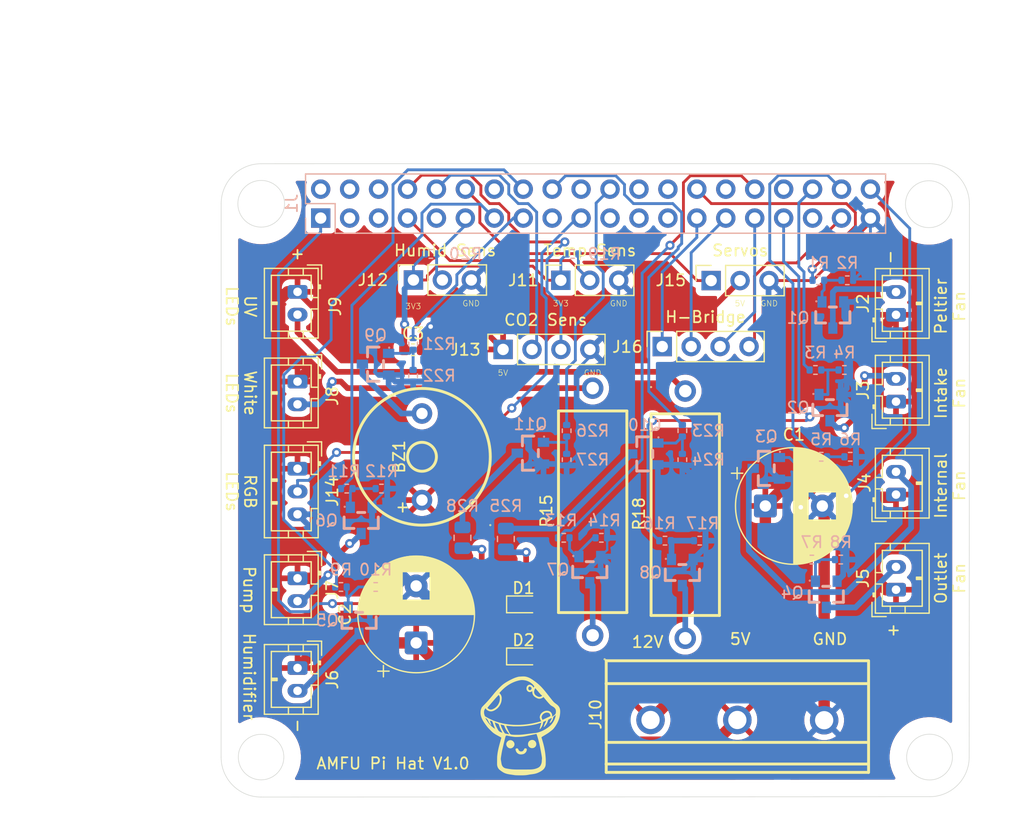
<source format=kicad_pcb>
(kicad_pcb (version 20241229) (generator "pcbnew") (generator_version "9.0")
  (layers (0 "F.Cu" signal) (2 "B.Cu" signal) (13 "F.Paste" user) (15 "B.Paste" user) (5 "F.SilkS" user "F.Silkscreen") (7 "B.SilkS" user "B.Silkscreen") (1 "F.Mask" user) (3 "B.Mask" user) (25 "Edge.Cuts" user))
  (net 0 "")
  (net 1 "+5V")
  (net 2 "Net-(BZ1--)")
  (net 3 "+12V")
  (net 4 "GND")
  (net 5 "Pi 3V3")
  (net 6 "Net-(D1-K)")
  (net 7 "Pi_3V3")
  (net 8 "Net-(D2-K)")
  (net 11 "H-Bridge_R_PWM")
  (net 13 "Buzzer")
  (net 15 "Fan_Intake")
  (net 16 "Servos")
  (net 17 "Fan_Internal")
  (net 18 "CO2 UART RX")
  (net 20 "LED_Status_Off")
  (net 23 "H-Bridge_R_EN")
  (net 24 "H-Bridge_L_PWM")
  (net 27 "CO2 UART TX")
  (net 29 "Fan_Peltier")
  (net 32 "LEDs_White")
  (net 37 "LEDs_UV")
  (net 39 "LED_Status_On")
  (net 40 "H-Bridge_L_EN")
  (net 41 "Fan_Outlet")
  (net 42 "Net-(J2-Pin_2)")
  (net 43 "Net-(J3-Pin_2)")
  (net 44 "Net-(J4-Pin_2)")
  (net 45 "Net-(J5-Pin_2)")
  (net 46 "Net-(J6-Pin_2)")
  (net 47 "Net-(J7-Pin_2)")
  (net 48 "Net-(J8-Pin_2)")
  (net 49 "Net-(J9-Pin_2)")
  (net 50 "Humidifier")
  (net 51 "Pump")
  (net 52 "Humid_Sens")
  (net 53 "LEDs_RGB")
  (net 54 "Temp_Sens")
  (net 55 "Net-(Q7-G)")
  (net 56 "Net-(Q7-D)")
  (net 57 "Net-(Q1-G)")
  (net 58 "Net-(Q2-G)")
  (net 59 "Net-(Q3-G)")
  (net 60 "Net-(Q4-G)")
  (net 61 "Net-(Q5-G)")
  (net 62 "Net-(Q6-G)")
  (net 63 "Net-(Q8-G)")
  (net 64 "Net-(Q8-D)")
  (net 65 "Net-(Q9-G)")
  (net 66 "Net-(Q10-G)")
  (net 67 "Net-(Q10-D)")
  (net 68 "Net-(Q11-D)")
  (net 69 "Net-(Q11-G)")
  (footprint "Capacitor_THT:CP_Radial_D10.0mm_P5.00mm" (layer "F.Cu") (at 126.1563 103.378)
    (property "Reference" "C1")
    (property "Value" "1000u")
  )
  (footprint "Capacitor_THT:CP_Radial_D10.0mm_P5.00mm" (layer "F.Cu") (at 95.504 115.3977 90)
    (property "Reference" "C2")
    (property "Value" "1000u")
  )
  (footprint "Connector_JST:JST_PH_B2B-PH-K_1x02_P2.00mm_Vertical" (layer "F.Cu") (at 137.626 94.218 90)
    (property "Reference" "J3")
    (property "Value" "Conn_Fan_Intake")
  )
  (footprint "LED_SMD:LED_0603_1608Metric" (layer "F.Cu") (at 104.9275 112.014)
    (property "Reference" "D1")
    (property "Value" "LED_Red")
  )
  (footprint "Connector_JST:JST_PH_B3B-PH-K_1x03_P2.00mm_Vertical" (layer "F.Cu") (at 85.09 100.108 -90)
    (property "Reference" "J14")
    (property "Value" "Conn_RGB")
  )
  (footprint "Connector_PinSocket_2.54mm:PinSocket_1x04_P2.54mm_Vertical" (layer "F.Cu") (at 103.134 89.637 90)
    (property "Reference" "J13")
    (property "Value" "Conn_CO2_Sens")
  )
  (footprint "Custom Footprints:CONN-TH_3P-P7.62_1717732" (layer "F.Cu") (at 123.698 122.174)
    (property "Reference" "J10")
    (property "Value" "Conn_PWR_In")
  )
  (footprint "Custom Footprints:Mushroom Graphic" (layer "F.Cu") (at 104.648 122.682)
    (property "Reference" "G***" (hide yes))
    (property "Value" "LOGO" (hide yes))
  )
  (footprint "Connector_JST:JST_PH_B2B-PH-K_1x02_P2.00mm_Vertical" (layer "F.Cu") (at 85.09 117.602 -90)
    (property "Reference" "J6")
    (property "Value" "Conn_Humidifier")
  )
  (footprint "Connector_PinSocket_2.54mm:PinSocket_1x03_P2.54mm_Vertical" (layer "F.Cu") (at 108.204 83.566 90)
    (property "Reference" "J11")
    (property "Value" "Conn_Temp_Sens")
  )
  (footprint "Connector_JST:JST_PH_B2B-PH-K_1x02_P2.00mm_Vertical" (layer "F.Cu") (at 137.626 110.728 90)
    (property "Reference" "J5")
    (property "Value" "Conn_Fan_Outlet")
  )
  (footprint "Custom Footprints:RES-TH_BD6.0-L17.5-P21.50-D0.7" (layer "F.Cu") (at 119.126 104.14 -90)
    (property "Reference" "R18")
    (property "Value" "10")
  )
  (footprint "Connector_JST:JST_PH_B2B-PH-K_1x02_P2.00mm_Vertical" (layer "F.Cu") (at 137.626 102.378 90)
    (property "Reference" "J4")
    (property "Value" "Conn_Fan_Internal")
  )
  (footprint "Connector_PinSocket_2.54mm:PinSocket_1x03_P2.54mm_Vertical" (layer "F.Cu") (at 121.397 83.591 90)
    (property "Reference" "J15")
    (property "Value" "CONN_Servos")
  )
  (footprint "Connector_PinSocket_2.54mm:PinSocket_1x04_P2.54mm_Vertical" (layer "F.Cu") (at 117.104 89.383 90)
    (property "Reference" "J16")
    (property "Value" "Conn_H-Bridge")
  )
  (footprint "Connector_PinSocket_2.54mm:PinSocket_1x03_P2.54mm_Vertical" (layer "F.Cu") (at 95.265 83.541 90)
    (property "Reference" "J12")
    (property "Value" "Conn_Humid_Sens")
  )
  (footprint "Connector_JST:JST_PH_B2B-PH-K_1x02_P2.00mm_Vertical" (layer "F.Cu") (at 85.09 92.456 -90)
    (property "Reference" "J8")
    (property "Value" "Conn_LEDs_White")
  )
  (footprint "Custom Footprints:BUZ-TH_BD12.0-P7.60-D0.6-FD" (layer "F.Cu") (at 96.012 99.06 90)
    (property "Reference" "BZ1")
    (property "Value" "Buzzer")
  )
  (footprint "Connector_JST:JST_PH_B2B-PH-K_1x02_P2.00mm_Vertical" (layer "F.Cu") (at 85.09 109.728 -90)
    (property "Reference" "J7")
    (property "Value" "Conn_Pump")
  )
  (footprint "Connector_JST:JST_PH_B2B-PH-K_1x02_P2.00mm_Vertical" (layer "F.Cu") (at 137.626 86.598 90)
    (property "Reference" "J2")
    (property "Value" "Conn_Fan_Peltier")
  )
  (footprint "Capacitor_SMD:C_0603_1608Metric" (layer "F.Cu") (at 95.237 89.662)
    (property "Reference" "C3")
    (property "Value" "10u")
  )
  (footprint "LED_SMD:LED_0603_1608Metric" (layer "F.Cu") (at 104.9275 116.586)
    (property "Reference" "D2")
    (property "Value" "LED_Green")
  )
  (footprint "Connector_JST:JST_PH_B2B-PH-K_1x02_P2.00mm_Vertical" (layer "F.Cu") (at 85.09 84.582 -90)
    (property "Reference" "J9")
    (property "Value" "Conn_LEDs_UV")
  )
  (footprint "Custom Footprints:RES-TH_BD6.0-L17.5-P21.50-D0.7" (layer "F.Cu") (at 110.998 103.886 -90)
    (property "Reference" "R15")
    (property "Value" "15")
  )
  (footprint "Resistor_SMD:R_0402_1005Metric" (layer "B.Cu") (at 108.712 99.314 -90)
    (property "Reference" "R27")
    (property "Value" "10k")
  )
  (footprint "Resistor_SMD:R_0805_2012Metric" (layer "B.Cu") (at 103.378 106.2755 90)
    (property "Reference" "R25")
    (property "Value" "100")
  )
  (footprint "Custom Footprints:SOT-23_L2.9-W1.3-P1.90-LS2.4-BR" (layer "B.Cu") (at 90.678 104.648 90)
    (property "Reference" "Q6")
    (property "Value" "SI2302")
  )
  (footprint "Custom Footprints:SOT-23_L2.9-W1.3-P1.90-LS2.4-BR" (layer "B.Cu") (at 126.238 100.076)
    (property "Reference" "Q3")
    (property "Value" "SI2302")
  )
  (footprint "Custom Footprints:SOT-23_L2.9-W1.3-P1.90-LS2.4-BR" (layer "B.Cu") (at 115.57 98.806)
    (property "Reference" "Q10")
    (property "Value" "SI2302")
  )
  (footprint "Resistor_SMD:R_0402_1005Metric" (layer "B.Cu") (at 130.81 83.566)
    (property "Reference" "R1")
    (property "Value" "100")
  )
  (footprint "Resistor_SMD:R_0402_1005Metric" (layer "B.Cu") (at 108.712 96.776 -90)
    (property "Reference" "R26")
    (property "Value" "100")
  )
  (footprint "Resistor_SMD:R_0402_1005Metric" (layer "B.Cu") (at 89.408 101.854)
    (property "Reference" "R11")
    (property "Value" "100")
  )
  (footprint "Resistor_SMD:R_0402_1005Metric" (layer "B.Cu") (at 111.76 106.172)
    (property "Reference" "R14")
    (property "Value" "10k")
  )
  (footprint "Custom Footprints:SOT-23_L2.9-W1.3-P1.90-LS2.4-BR" (layer "B.Cu") (at 131.822 94.742 90)
    (property "Reference" "Q2")
    (property "Value" "SI2302")
  )
  (footprint "Resistor_SMD:R_0402_1005Metric" (layer "B.Cu") (at 133.606 99.06)
    (property "Reference" "R6")
    (property "Value" "10k")
  )
  (footprint "Custom Footprints:SOT-23_L2.9-W1.3-P1.90-LS2.4-BR" (layer "B.Cu") (at 132.08 86.614 90)
    (property "Reference" "Q1")
    (property "Value" "SI2302")
  )
  (footprint "Resistor_SMD:R_0402_1005Metric" (layer "B.Cu") (at 132.776 108.084)
    (property "Reference" "R8")
    (property "Value" "10k")
  )
  (footprint "Resistor_SMD:R_0402_1005Metric" (layer "B.Cu") (at 91.948 110.49)
    (property "Reference" "R10")
    (property "Value" "10k")
  )
  (footprint "Resistor_SMD:R_0402_1005Metric" (layer "B.Cu") (at 133.35 83.566)
    (property "Reference" "R2")
    (property "Value" "10k")
  )
  (footprint "Resistor_SMD:R_0402_1005Metric" (layer "B.Cu") (at 133.092 91.44)
    (property "Reference" "R4")
    (property "Value" "10k")
  )
  (footprint "Custom Footprints:SOT-23_L2.9-W1.3-P1.90-LS2.4-BR" (layer "B.Cu") (at 118.872 109.22 90)
    (property "Reference" "Q8")
    (property "Value" "SI2302")
  )
  (footprint "Resistor_SMD:R_0402_1005Metric" (layer "B.Cu") (at 130.554 91.44)
    (property "Reference" "R3")
    (property "Value" "100")
  )
  (footprint "Resistor_SMD:R_0402_1005Metric" (layer "B.Cu") (at 109.235 81.255)
    (property "Reference" "R19")
    (property "Value" "4k7")
  )
  (footprint "Resistor_SMD:R_0402_1005Metric" (layer "B.Cu") (at 88.9 110.49)
    (property "Reference" "R9")
    (property "Value" "100")
  )
  (footprint "Resistor_SMD:R_0402_1005Metric" (layer "B.Cu") (at 95.237 89.152 -90)
    (property "Reference" "R21")
    (property "Value" "100")
  )
  (footprint "Resistor_SMD:R_0402_1005Metric" (layer "B.Cu") (at 130.238 108.084)
    (property "Reference" "R7")
    (property "Value" "100")
  )
  (footprint "Resistor_SMD:R_0402_1005Metric" (layer "B.Cu") (at 96.789 81.255)
    (property "Reference" "R20")
    (property "Value" "1k")
  )
  (footprint "Resistor_SMD:R_0402_1005Metric" (layer "B.Cu") (at 131.064 99.06)
    (property "Reference" "R5")
    (property "Value" "100")
  )
  (footprint "Resistor_SMD:R_0402_1005Metric" (layer "B.Cu") (at 118.872 99.314 -90)
    (property "Reference" "R24")
    (property "Value" "10k")
  )
  (footprint "Custom Footprints:SOT-23_L2.9-W1.3-P1.90-LS2.4-BR" (layer "B.Cu") (at 91.935 90.93)
    (property "Reference" "Q9")
    (property "Value" "SI2302")
  )
  (footprint "Custom Footprints:SOT-23_L2.9-W1.3-P1.90-LS2.4-BR" (layer "B.Cu") (at 105.53 98.74)
    (property "Reference" "Q11")
    (property "Value" "SI2302")
  )
  (footprint "Resistor_SMD:R_0805_2012Metric" (layer "B.Cu") (at 99.568 106.172 90)
    (property "Reference" "R28")
    (property "Value" "50")
  )
  (footprint "Custom Footprints:SOT-23_L2.9-W1.3-P1.90-LS2.4-BR" (layer "B.Cu") (at 131.506 111.132 90)
    (property "Reference" "Q4")
    (property "Value" "SI2302")
  )
  (footprint "Resistor_SMD:R_0402_1005Metric" (layer "B.Cu") (at 117.348 106.426)
    (property "Reference" "R16")
    (property "Value" "100")
  )
  (footprint "Resistor_SMD:R_0402_1005Metric" (layer "B.Cu") (at 108.458 106.172)
    (property "Reference" "R13")
    (property "Value" "100")
  )
  (footprint "Resistor_SMD:R_0402_1005Metric" (layer "B.Cu") (at 118.872 96.774 -90)
    (property "Reference" "R23")
    (property "Value" "100")
  )
  (footprint "Resistor_SMD:R_0402_1005Metric" (layer "B.Cu") (at 120.396 106.426)
    (property "Reference" "R17")
    (property "Value" "10k")
  )
  (footprint "Resistor_SMD:R_0402_1005Metric" (layer "B.Cu") (at 92.456 101.854)
    (property "Reference" "R12")
    (property "Value" "10k")
  )
  (footprint "Resistor_SMD:R_0402_1005Metric" (layer "B.Cu") (at 95.237 91.946 -90)
    (property "Reference" "R22")
    (property "Value" "10k")
  )
  (footprint "Custom Footprints:SOT-23_L2.9-W1.3-P1.90-LS2.4-BR" (layer "B.Cu") (at 110.744 108.966 90)
    (property "Reference" "Q7")
    (property "Value" "SI2302")
  )
  (footprint "Custom Footprints:SOT-23_L2.9-W1.3-P1.90-LS2.4-BR" (layer "B.Cu") (at 90.49 113.418 90)
    (property "Reference" "Q5")
    (property "Value" "SI2302")
  )
  (footprint "Connector_PinSocket_2.54mm:PinSocket_2x20_P2.54mm_Vertical" (layer "B.Cu") (at 87.122 78.105 -90)
    (property "Reference" "J1")
    (property "Value" "Raspberry Pi GPIO Header")
  )
  (gr_line (start 144.05 125.42) (end 144.0688 76.8858) (stroke (width 0.05)) (layer "Edge.Cuts"))
  (gr_circle (center 81.89 125.42) (end 83.89 125.42) (stroke (width 0.05)) (fill no) (layer "Edge.Cuts"))
  (gr_arc (start 78.385159 76.848777) (mid 79.415064 74.3642) (end 81.9 73.335159) (stroke (width 0.05)) (layer "Edge.Cuts"))
  (gr_arc (start 81.89 128.93) (mid 79.408055 127.901945) (end 78.38 125.42) (stroke (width 0.05)) (layer "Edge.Cuts"))
  (gr_line (start 78.385159 76.85) (end 78.38 125.42) (stroke (width 0.05)) (layer "Edge.Cuts"))
  (gr_circle (center 81.9 76.85) (end 79.883 77.216) (stroke (width 0.05)) (fill no) (layer "Edge.Cuts"))
  (gr_line (start 140.5128 73.3298) (end 81.9 73.335159) (stroke (width 0.05)) (layer "Edge.Cuts"))
  (gr_circle (center 140.5128 76.8858) (end 138.4554 76.835) (stroke (width 0.05)) (fill no) (layer "Edge.Cuts"))
  (gr_line (start 81.89 128.93) (end 140.57 128.9) (stroke (width 0.05)) (layer "Edge.Cuts"))
  (gr_arc (start 140.5128 73.3298) (mid 143.027272 74.371328) (end 144.0688 76.8858) (stroke (width 0.05)) (layer "Edge.Cuts"))
  (gr_circle (center 140.57 125.42) (end 142.58 125.44) (stroke (width 0.05)) (fill no) (layer "Edge.Cuts"))
  (gr_arc (start 144.05 125.42) (mid 143.030732 127.880732) (end 140.57 128.9) (stroke (width 0.05)) (layer "Edge.Cuts"))
  (gr_text "Peltier\nFan" (at 143.764 85.852 90) (layer "F.SilkS") (effects (font (size 1 1)) (justify bottom)))
  (gr_text "GND" (at 110.998 91.694 0) (layer "F.SilkS") (effects (font (size 0.5 0.5) (thickness 0.05))))
  (gr_text "Internal\nFan" (at 143.764 101.6 90) (layer "F.SilkS") (effects (font (size 1 1)) (justify bottom)))
  (gr_text "-" (at 137.668 81.534 90) (layer "F.SilkS") (effects (font (size 1 1)) (justify bottom)))
  (gr_text "Intake\nFan" (at 143.764 93.472 90) (layer "F.SilkS") (effects (font (size 1 1)) (justify bottom)))
  (gr_text "Servos" (at 123.952 81.534 0) (layer "F.SilkS") (effects (font (size 1 1)) (justify bottom)))
  (gr_text "3V3" (at 95.25 85.852 0) (layer "F.SilkS") (effects (font (size 0.5 0.5) (thickness 0.05))))
  (gr_text "Pump" (at 80.264 110.744 270) (layer "F.SilkS") (effects (font (size 1 1)) (justify bottom)))
  (gr_text "+" (at 85.598 81.28 90) (layer "F.SilkS") (effects (font (size 1 1)) (justify bottom)))
  (gr_text "GND" (at 126.492 85.598 0) (layer "F.SilkS") (effects (font (size 0.5 0.5) (thickness 0.05))))
  (gr_text "+" (at 137.922 114.3 90) (layer "F.SilkS") (effects (font (size 1 1)) (justify bottom)))
  (gr_text "GND" (at 100.33 85.598 0) (layer "F.SilkS") (effects (font (size 0.5 0.5) (thickness 0.05))))
  (gr_text "Temp Sens" (at 110.744 81.534 0) (layer "F.SilkS") (effects (font (size 1 1)) (justify bottom)))
  (gr_text "5V" (at 123.952 115.062 0) (layer "F.SilkS") (effects (font (size 1 1))))
  (gr_text "Humidifier" (at 80.264 118.364 270) (layer "F.SilkS") (effects (font (size 1 1)) (justify bottom)))
  (gr_text "H-Bridge" (at 120.904 87.376 0) (layer "F.SilkS") (effects (font (size 1 1)) (justify bottom)))
  (gr_text "RGB\nLEDs" (at 78.74 102.108 270) (layer "F.SilkS") (effects (font (size 1 1)) (justify bottom)))
  (gr_text "CO2 Sens" (at 106.874 87.63 0) (layer "F.SilkS") (effects (font (size 1 1)) (justify bottom)))
  (gr_text "Humid Sens" (at 98.044 81.534 0) (layer "F.SilkS") (effects (font (size 1 1)) (justify bottom)))
  (gr_text "12V" (at 115.824 115.316 0) (layer "F.SilkS") (effects (font (size 1 1))))
  (gr_text "AMFU Pi Hat V1.0" (at 93.472 125.984 0) (layer "F.SilkS") (effects (font (size 1 1))))
  (gr_text "White\nLEDs" (at 78.74 93.472 270) (layer "F.SilkS") (effects (font (size 1 1)) (justify bottom)))
  (gr_text "-" (at 85.598 122.682 90) (layer "F.SilkS") (effects (font (size 1 1)) (justify bottom)))
  (gr_text "Outlet\nFan" (at 143.764 109.728 90) (layer "F.SilkS") (effects (font (size 1 1)) (justify bottom)))
  (gr_text "5V" (at 103.124 91.694 0) (layer "F.SilkS") (effects (font (size 0.5 0.5) (thickness 0.05))))
  (gr_text "3V3" (at 108.204 85.598 0) (layer "F.SilkS") (effects (font (size 0.5 0.5) (thickness 0.05))))
  (gr_text "5V" (at 123.922 85.598 0) (layer "F.SilkS") (effects (font (size 0.5 0.5) (thickness 0.05))))
  (gr_text "GND" (at 113.284 85.598 0) (layer "F.SilkS") (effects (font (size 0.5 0.5) (thickness 0.05))))
  (gr_text "GND" (at 131.826 115.062 0) (layer "F.SilkS") (effects (font (size 1 1))))
  (gr_text "UV\nLEDs" (at 78.74 85.852 270) (layer "F.SilkS") (effects (font (size 1 1)) (justify bottom)))
  (segment (start 86.666 109.728) (end 85.09 109.728) (width 1) (layer "F.Cu") (net 1))
  (segment (start 86.666 100.424) (end 86.666 101.6) (width 1) (layer "F.Cu") (net 1))
  (segment (start 100.079 86.582) (end 103.134 89.637) (width 0.5) (layer "F.Cu") (net 1))
  (segment (start 95.504 115.398) (end 86.7477 115.398) (width 1) (layer "F.Cu") (net 1))
  (segment (start 86.3503 100.108) (end 86.666 100.424) (width 1) (layer "F.Cu") (net 1))
  (segment (start 96.012 102.86) (end 87.926 102.86) (width 0.5) (layer "F.Cu") (net 1))
  (segment (start 120.946 86.582) (end 123.937 83.591) (width 0.5) (layer "F.Cu") (net 1))
  (segment (start 95.504 115.3977) (end 95.504 115.398) (width 0.25) (layer "F.Cu") (net 1))
  (segment (start 86.666 115.316) (end 86.666 116.026) (width 1) (layer "F.Cu") (net 1))
  (segment (start 99.568 86.582) (end 100.079 86.582) (width 0.5) (layer "F.Cu") (net 1))
  (segment (start 85.09 84.582) (end 87.09 86.582) (width 0.5) (layer "F.Cu") (net 1))
  (segment (start 86.666 91.5737) (end 83.514 88.4217) (width 1) (layer "F.Cu") (net 1))
  (segment (start 86.666 100.424) (end 86.614 100.372) (width 1) (layer "F.Cu") (net 1))
  (segment (start 104.221 124.115) (end 95.504 115.398) (width 1) (layer "F.Cu") (net 1))
  (segment (start 83.514 88.4217) (end 83.514 85.283) (width 1) (layer "F.Cu") (net 1))
  (segment (start 87.09 86.582) (end 100.079 86.582) (width 0.5) (layer "F.Cu") (net 1))
  (segment (start 84.215 84.582) (end 85.09 84.582) (width 1) (layer "F.Cu") (net 1))
  (segment (start 85.9723 91.5737) (end 85.09 92.456) (width 1) (layer "F.Cu") (net 1))
  (segment (start 99.568 86.582) (end 120.946 86.582) (width 0.5) (layer "F.Cu") (net 1))
  (segment (start 86.666 116.026) (end 85.09 117.602) (width 1) (layer "F.Cu") (net 1))
  (segment (start 86.666 95.96) (end 86.666 91.5737) (width 1) (layer "F.Cu") (net 1))
  (segment (start 121.747 124.115) (end 104.221 124.115) (width 1) (layer "F.Cu") (net 1))
  (segment (start 123.698 122.1638) (end 123.698 122.164) (width 0.25) (layer "F.Cu") (net 1))
  (segment (start 85.09 100.108) (end 86.3503 100.108) (width 1) (layer "F.Cu") (net 1))
  (segment (start 123.698 122.164) (end 121.747 124.115) (width 1) (layer "F.Cu") (net 1))
  (segment (start 83.514 85.283) (end 84.215 84.582) (width 1) (layer "F.Cu") (net 1))
  (segment (start 86.666 91.5737) (end 85.9723 91.5737) (width 1) (layer "F.Cu") (net 1))
  (segment (start 86.666 111.506) (end 86.666 115.316) (width 1) (layer "F.Cu") (net 1))
  (segment (start 86.666 109.728) (end 86.666 111.506) (width 1) (layer "F.Cu") (net 1))
  (segment (start 86.666 100.424) (end 86.666 95.96) (width 1) (layer "F.Cu") (net 1))
  (segment (start 86.666 101.6) (end 86.666 109.728) (width 1) (layer "F.Cu") (net 1))
  (segment (start 87.926 102.86) (end 86.666 101.6) (width 0.5) (layer "F.Cu") (net 1))
  (segment (start 86.7477 115.398) (end 86.666 115.316) (width 1) (layer "F.Cu") (net 1))
  (segment (start 90.785 91.8301) (end 90.785 90.9301) (width 0.5) (layer "B.Cu") (net 2))
  (segment (start 96.012 95.26) (end 94.215 95.26) (width 0.5) (layer "B.Cu") (net 2))
  (segment (start 94.215 95.26) (end 90.785 91.8301) (width 0.5) (layer "B.Cu") (net 2))
  (segment (start 137.626 86.598) (end 136.05 88.174) (width 1) (layer "F.Cu") (net 3))
  (segment (start 129.156 100.378) (end 135.382 100.378) (width 1) (layer "F.Cu") (net 3))
  (segment (start 126.1562 103.3779) (end 126.1562 103.3778) (width 0.25) (layer "F.Cu") (net 3))
  (segment (start 137.388 102.616) (end 135.382 102.616) (width 1) (layer "F.Cu") (net 3))
  (segment (start 126.1562 103.3778) (end 129.156 100.378) (width 1) (layer "F.Cu") (net 3))
  (segment (start 119.1451 119.0969) (end 116.0782 122.1638) (width 0.25) (layer "F.Cu") (net 3))
  (segment (start 136.751 110.728) (end 137.626 110.728) (width 1) (layer "F.Cu") (net 3))
  (segment (start 116.078 122.164) (end 119.1451 119.0969) (width 1) (layer "F.Cu") (net 3))
  (segment (start 136.05 99.71) (end 135.382 100.378) (width 1) (layer "F.Cu") (net 3))
  (segment (start 126.156 112.086) (end 126.156 103.378) (width 1) (layer "F.Cu") (net 3))
  (segment (start 136.05 90.642) (end 136.05 93.98) (width 1) (layer "F.Cu") (net 3))
  (segment (start 136.288 94.218) (end 137.626 94.218) (width 1) (layer "F.Cu") (net 3))
  (segment (start 126.156 103.378) (end 126.1562 103.3778) (width 1) (layer "F.Cu") (net 3))
  (segment (start 135.382 109.359) (end 136.751 110.728) (width 1) (layer "F.Cu") (net 3))
  (segment (start 137.626 102.378) (end 137.388 102.616) (width 1) (layer "F.Cu") (net 3))
  (segment (start 135.382 102.616) (end 135.382 109.359) (width 1) (layer "F.Cu") (net 3))
  (segment (start 126.1563 103.378) (end 126.1562 103.3779) (width 0.25) (layer "F.Cu") (net 3))
  (segment (start 136.05 88.174) (end 136.05 90.642) (width 1) (layer "F.Cu") (net 3))
  (segment (start 136.05 93.98) (end 136.05 99.71) (width 1) (layer "F.Cu") (net 3))
  (segment (start 116.0782 122.1638) (end 116.078 122.1638) (width 0.25) (layer "F.Cu") (net 3))
  (segment (start 136.05 93.98) (end 136.288 94.218) (width 1) (layer "F.Cu") (net 3))
  (segment (start 135.382 100.378) (end 135.382 102.616) (width 1) (layer "F.Cu") (net 3))
  (segment (start 119.1451 119.0969) (end 126.156 112.086) (width 1) (layer "F.Cu") (net 3))
  (segment (start 137.626 94.218) (end 137.144 94.218) (width 0.5) (layer "B.Cu") (net 3))
  (segment (start 96.012 89.662) (end 96.012 88.392) (width 0.5) (layer "F.Cu") (net 4))
  (segment (start 131.318 103.54) (end 131.1562 103.3781) (width 1) (layer "F.Cu") (net 4))
  (segment (start 130.307 83.591) (end 135.382 78.516) (width 0.25) (layer "F.Cu") (net 4))
  (segment (start 131.1562 103.3781) (end 131.156 103.378) (width 1) (layer "F.Cu") (net 4))
  (segment (start 131.1563 103.378) (end 131.1562 103.3781) (width 0.25) (layer "F.Cu") (net 4))
  (segment (start 135.382 78.516) (end 135.382 78.105) (width 0.25) (layer "F.Cu") (net 4))
  (segment (start 96.012 88.392) (end 96.774 87.63) (width 0.5) (layer "F.Cu") (net 4))
  (segment (start 131.318 122.184) (end 131.318 103.54) (width 1) (layer "F.Cu") (net 4))
  (segment (start 126.477 83.591) (end 130.307 83.591) (width 0.25) (layer "F.Cu") (net 4))
  (via (at 96.774 87.63) (size 0.8) (drill 0.4) (layers "F.Cu" "B.Cu") (net 4))
  (segment (start 92.458 110.49) (end 93.98 110.49) (width 0.5) (layer "B.Cu") (net 4))
  (segment (start 133.602 91.44) (end 133.602 91.7867) (width 0.25) (layer "B.Cu") (net 4))
  (segment (start 133.303 93.061) (end 132.772 93.592) (width 0.5) (layer "B.Cu") (net 4))
  (segment (start 110.345 109.165) (end 111.694 107.816) (width 0.5) (layer "B.Cu") (net 4))
  (segment (start 95.504 110.398) (end 105.319 120.213) (width 1) (layer "B.Cu") (net 4))
  (segment (start 132.987 108.084) (end 132.987 109.451) (width 0.5) (layer "B.Cu") (net 4))
  (segment (start 116.72 99.756) (end 118.804 99.756) (width 0.5) (layer "B.Cu") (net 4))
  (segment (start 96.7367 109.165) (end 102.108 109.165) (width 0.5) (layer "B.Cu") (net 4))
  (segment (start 105.53 98.54) (end 105.53 98.93) (width 0.25) (layer "B.Cu") (net 4))
  (segment (start 96.774 87.63) (end 96.4941 87.9099) (width 0.25) (layer "B.Cu") (net 4))
  (segment (start 118.804 99.756) (end 118.872 99.824) (width 0.5) (layer "B.Cu") (net 4))
  (segment (start 96.4941 87.9099) (end 96.4941 92.456) (width 0.25) (layer "B.Cu") (net 4))
  (segment (start 111.694 107.816) (end 112.899 109.021) (width 0.5) (layer "B.Cu") (net 4))
  (segment (start 131.156 103.378) (end 132.987 105.209) (width 0.5) (layer "B.Cu") (net 4))
  (segment (start 91.628 103.498) (end 91.628 103.192) (width 0.2) (layer "B.Cu") (net 4))
  (segment (start 108.578 99.69) (end 108.712 99.824) (width 0.2) (layer "B.Cu") (net 4))
  (segment (start 127.388 101.026) (end 128.804 101.026) (width 0.5) (layer "B.Cu") (net 4))
  (segment (start 120.906 106.426) (end 120.906 101.858) (width 0.5) (layer "B.Cu") (net 4))
  (segment (start 129.347 120.213) (end 131.318 122.184) (width 1) (layer "B.Cu") (net 4))
  (segment (start 113.284 87.107) (end 110.754 89.637) (width 0.25) (layer "B.Cu") (net 4))
  (segment (start 133.303 92.0857) (end 133.303 93.061) (width 0.5) (layer "B.Cu") (net 4))
  (segment (start 135.382 82.044) (end 133.86 83.566) (width 0.25) (layer "B.Cu") (net 4))
  (segment (start 91.628 106.522) (end 94.58 109.474) (width 0.5) (layer "B.Cu") (net 4))
  (segment (start 120.906 101.858) (end 123.4655 99.2985) (width 0.25) (layer "B.Cu") (net 4))
  (segment (start 134.116 94.936) (end 134.116 99.06) (width 0.5) (layer "B.Cu") (net 4))
  (segment (start 95.504 110.398) (end 95.504 110.3977) (width 0.25) (layer "B.Cu") (net 4))
  (segment (start 109.7039 91.3259) (end 110.754 90.2758) (width 0.25) (layer "B.Cu") (net 4))
  (segment (start 94.5803 109.474) (end 94.58 109.474) (width 0.5) (layer "B.Cu") (net 4))
  (segment (start 108.712 99.824) (end 109.7039 98.8321) (width 0.25) (layer "B.Cu") (net 4))
  (segment (start 131.1563 103.3777) (end 131.1563 103.378) (width 0.25) (layer "B.Cu") (net 4))
  (segment (start 112.27 106.172) (end 112.27 107.24) (width 0.2) (layer "B.Cu") (net 4))
  (segment (start 120.906 101.858) (end 118.872 99.824) (width 0.5) (layer "B.Cu") (net 4))
  (segment (start 93.98 110.49) (end 94.488 109.982) (width 0.5) (layer "B.Cu") (net 4))
  (segment (start 106.424 99.824) (end 102.108 104.14) (width 0.5) (layer "B.Cu") (net 4))
  (segment (start 112.27 107.24) (end 111.694 107.816) (width 0.2) (layer "B.Cu") (net 4))
  (segment (start 131.7967 102.7373) (end 134.116 100.418) (width 0.5) (layer "B.Cu") (net 4))
  (segment (start 135.382 78.105) (end 135.382 82.044) (width 0.25) (layer "B.Cu") (net 4))
  (segment (start 109.7039 98.8321) (end 109.7039 91.3259) (width 0.25) (layer "B.Cu") (net 4))
  (segment (start 99.8979 92.456) (end 105.331 97.8891) (width 0.5) (layer "B.Cu") (net 4))
  (segment (start 126.437 100.075) (end 127.388 101.026) (width 0.5) (layer "B.Cu") (net 4))
  (segment (start 94.488 109.982) (end 94.488 109.474) (width 0.5) (layer "B.Cu") (net 4))
  (segment (start 102.108 104.14) (end 102.108 109.165) (width 0.5) (layer "B.Cu") (net 4))
  (segment (start 94.58 109.474) (end 94.5803 109.474) (width 0.5) (layer "B.Cu") (net 4))
  (segment (start 110.754 90.2758) (end 110.754 89.637) (width 0.25) (layer "B.Cu") (net 4))
  (segment (start 96.774 87.63) (end 97.028 87.376) (width 0.5) (layer "B.Cu") (net 4))
  (segment (start 94.58 109.474) (end 95.504 110.398) (width 0.5) (layer "B.Cu") (net 4))
  (segment (start 134.116 100.418) (end 134.116 99.06) (width 0.5) (layer "B.Cu") (net 4))
  (segment (start 125.7114 99.2985) (end 126.437 100.0241) (width 0.25) (layer "B.Cu") (net 4))
  (segment (start 105.53 98.93) (end 106.424 99.824) (width 0.25) (layer "B.Cu") (net 4))
  (segment (start 96.4941 92.456) (end 99.8979 92.456) (width 0.5) (layer "B.Cu") (net 4))
  (segment (start 131.318 122.1842) (end 131.318 122.184) (width 0.25) (layer "B.Cu") (net 4))
  (segment (start 120.906 106.426) (end 120.906 106.986) (width 0.5) (layer "B.Cu") (net 4))
  (segment (start 132.772 93.592) (end 134.116 94.936) (width 0.5) (layer "B.Cu") (net 4))
  (segment (start 95.504 110.398) (end 94.5803 109.474) (width 0.5) (layer "B.Cu") (net 4))
  (segment (start 105.319 120.213) (end 129.347 120.213) (width 1) (layer "B.Cu") (net 4))
  (segment (start 118.871 109.021) (end 119.822 108.07) (width 0.5) (layer "B.Cu") (net 4))
  (segment (start 123.4655 99.2985) (end 125.7114 99.2985) (width 0.25) (layer "B.Cu") (net 4))
  (segment (start 132.987 105.209) (end 132.987 108.084) (width 0.5) (layer "B.Cu") (net 4))
  (segment (start 94.488 109.474) (end 90.456 109.474) (width 0.5) (layer "B.Cu") (net 4))
  (segment (start 131.156 103.378) (end 131.7967 102.7373) (width 0.5) (layer "B.Cu") (net 4))
  (segment (start 90.456 109.474) (end 85.09 104.108) (width 0.5) (layer "B.Cu") (net 4))
  (segment (start 97.028 86.858) (end 100.345 83.541) (width 0.5) (layer "B.Cu") (net 4))
  (segment (start 133.03 85.464) (end 133.303 85.737) (width 0.5) (layer "B.Cu") (net 4))
  (segment (start 105.331 98.341) (end 105.53 98.54) (width 0.5) (layer "B.Cu") (net 4))
  (segment (start 92.458 111.25) (end 92.458 110.49) (width 0.5) (layer "B.Cu") (net 4))
  (segment (start 133.303 85.737) (end 133.303 92.0857) (width 0.5) (layer "B.Cu") (net 4))
  (segment (start 93.661 92.456) (end 95.237 92.456) (width 0.5) (layer "B.Cu") (net 4))
  (segment (start 93.085 91.88) (end 93.661 92.456) (width 0.5) (layer "B.Cu") (net 4))
  (segment (start 132.987 109.451) (end 132.456 109.982) (width 0.5) (layer "B.Cu") (net 4))
  (segment (start 133.602 91.7867) (end 133.303 92.0857) (width 0.25) (layer "B.Cu") (net 4))
  (segment (start 131.7967 102.7373) (end 131.1563 103.3777) (width 0.25) (layer "B.Cu") (net 4))
  (segment (start 94.58 109.474) (end 94.488 109.474) (width 0.5) (layer "B.Cu") (net 4))
  (segment (start 126.437 83.631) (end 126.437 100.0241) (width 0.5) (layer "B.Cu") (net 4))
  (segment (start 91.44 112.268) (end 92.458 111.25) (width 0.5) (layer "B.Cu") (net 4))
  (segment (start 94.488 109.474) (end 94.58 109.474) (width 0.5) (layer "B.Cu") (net 4))
  (segment (start 112.899 109.021) (end 118.871 109.021) (width 0.5) (layer "B.Cu") (net 4))
  (segment (start 105.53 98.54) (end 106.68 99.69) (width 0.5) (layer "B.Cu") (net 4))
  (segment (start 106.68 99.69) (end 108.578 99.69) (width 0.2) (layer "B.Cu") (net 4))
  (segment (start 113.284 83.566) (end 113.284 87.107) (width 0.25) (layer "B.Cu") (net 4))
  (segment (start 102.108 109.165) (end 110.345 109.165) (width 0.5) (layer "B.Cu") (net 4))
  (segment (start 120.906 106.986) (end 119.822 108.07) (width 0.5) (layer "B.Cu") (net 4))
  (segment (start 126.437 100.0241) (end 126.437 100.075) (width 0.5) (layer "B.Cu") (net 4))
  (segment (start 126.477 83.591) (end 126.437 83.631) (width 0.5) (layer "B.Cu") (net 4))
  (segment (start 105.331 97.8891) (end 105.331 98.341) (width 0.5) (layer "B.Cu") (net 4))
  (segment (start 133.286 108.084) (end 132.987 108.084) (width 0.25) (layer "B.Cu") (net 4))
  (segment (start 91.628 103.192) (end 92.966 101.854) (width 0.2) (layer "B.Cu") (net 4))
  (segment (start 95.504 110.398) (end 96.7367 109.165) (width 0.5) (layer "B.Cu") (net 4))
  (segment (start 97.028 87.376) (end 97.028 86.858) (width 0.5) (layer "B.Cu") (net 4))
  (segment (start 95.237 92.456) (end 96.4941 92.456) (width 0.5) (layer "B.Cu") (net 4))
  (segment (start 91.628 103.498) (end 91.628 106.522) (width 0.5) (layer "B.Cu") (net 4))
  (segment (start 128.804 101.026) (end 131.156 103.378) (width 0.5) (layer "B.Cu") (net 4))
  (segment (start 95.265 83.541) (end 96.49 83.541) (width 0.25) (layer "F.Cu") (net 5))
  (segment (start 94.462 89.662) (end 94.462 87.458) (width 0.5) (layer "F.Cu") (net 5))
  (segment (start 94.462 87.458) (end 94.488 87.432) (width 0.5) (layer "F.Cu") (net 5))
  (segment (start 106.979 83.566) (end 105.7395 82.3265) (width 0.25) (layer "F.Cu") (net 5))
  (segment (start 96.49 83.1614) (end 96.49 83.541) (width 0.25) (layer "F.Cu") (net 5))
  (segment (start 97.3249 82.3265) (end 96.49 83.1614) (width 0.25) (layer "F.Cu") (net 5))
  (segment (start 108.204 83.566) (end 106.979 83.566) (width 0.25) (layer "F.Cu") (net 5))
  (segment (start 105.7395 82.3265) (end 97.3249 82.3265) (width 0.25) (layer "F.Cu") (net 5))
  (via (at 94.488 87.432) (size 0.8) (drill 0.4) (layers "F.Cu" "B.Cu") (net 5))
  (segment (start 94.488 84.318) (end 95.265 83.541) (width 0.5) (layer "B.Cu") (net 5))
  (segment (start 96.279 81.255) (end 96.279 81.302) (width 0.25) (layer "B.Cu") (net 5))
  (segment (start 95.265 83.541) (end 95.265 82.316) (width 0.25) (layer "B.Cu") (net 5))
  (segment (start 94.488 87.432) (end 94.488 84.318) (width 0.5) (layer "B.Cu") (net 5))
  (segment (start 108.204 83.566) (end 108.204 81.776) (width 0.25) (layer "B.Cu") (net 5))
  (segment (start 96.279 81.302) (end 95.265 82.316) (width 0.25) (layer "B.Cu") (net 5))
  (segment (start 108.204 81.776) (end 108.725 81.255) (width 0.25) (layer "B.Cu") (net 5))
  (segment (start 101.258 109.132) (end 104.14 112.014) (width 0.5) (layer "F.Cu") (net 6))
  (segment (start 101.258 107.188) (end 101.258 109.132) (width 0.5) (layer "F.Cu") (net 6))
  (via (at 101.258 107.188) (size 0.8) (drill 0.4) (layers "F.Cu" "B.Cu") (net 6))
  (segment (start 100.361 107.084) (end 99.5685 107.084) (width 0.25) (layer "B.Cu") (net 6))
  (segment (start 99.568 107.084) (end 100.361 107.084) (width 0.5) (layer "B.Cu") (net 6))
  (segment (start 101.154 107.084) (end 101.258 107.188) (width 0.5) (layer "B.Cu") (net 6))
  (segment (start 99.5685 107.084) (end 99.568 107.0845) (width 0.25) (layer "B.Cu") (net 6))
  (segment (start 100.361 107.084) (end 101.154 107.084) (width 0.5) (layer "B.Cu") (net 6))
  (segment (start 105.715 116.586) (end 104.8628 117.4382) (width 0.25) (layer "F.Cu") (net 7))
  (segment (start 103.3601 114.3689) (end 105.715 112.014) (width 0.25) (layer "F.Cu") (net 7))
  (segment (start 103.3601 117.0896) (end 103.3601 114.3689) (width 0.25) (layer "F.Cu") (net 7))
  (segment (start 103.7087 117.4382) (end 103.3601 117.0896) (width 0.25) (layer "F.Cu") (net 7))
  (segment (start 88.153 111.9486) (end 100.9398 111.9486) (width 0.25) (layer "F.Cu") (net 7))
  (segment (start 104.8628 117.4382) (end 103.7087 117.4382) (width 0.25) (layer "F.Cu") (net 7))
  (segment (start 100.9398 111.9486) (end 103.3601 114.3689) (width 0.25) (layer "F.Cu") (net 7))
  (via (at 88.153 111.9486) (size 0.8) (drill 0.4) (layers "F.Cu" "B.Cu") (net 7))
  (segment (start 86.8026 111.9486) (end 86.0972 112.654) (width 0.25) (layer "B.Cu") (net 7))
  (segment (start 84.431438 112.654) (end 83.4147 111.637262) (width 0.25) (layer "B.Cu") (net 7))
  (segment (start 86.0972 112.654) (end 84.431438 112.654) (width 0.25) (layer "B.Cu") (net 7))
  (segment (start 83.4147 111.637262) (end 83.4147 83.0373) (width 0.25) (layer "B.Cu") (net 7))
  (segment (start 87.122 79.33) (end 87.122 78.105) (width 0.25) (layer "B.Cu") (net 7))
  (segment (start 88.153 111.9486) (end 86.8026 111.9486) (width 0.25) (layer "B.Cu") (net 7))
  (segment (start 83.4147 83.0373) (end 87.122 79.33) (width 0.25) (layer "B.Cu") (net 7))
  (segment (start 106.604 110.414) (end 106.604 114.122) (width 0.5) (layer "F.Cu") (net 8))
  (segment (start 106.604 114.122) (end 104.14 116.586) (width 0.5) (layer "F.Cu") (net 8))
  (segment (start 105.156 108.966) (end 106.604 110.414) (width 0.5) (layer "F.Cu") (net 8))
  (segment (start 105.156 107.442) (end 105.156 108.966) (width 0.5) (layer "F.Cu") (net 8))
  (via (at 105.156 107.442) (size 0.8) (drill 0.4) (layers "F.Cu" "B.Cu") (net 8))
  (segment (start 105.156 107.442) (end 103.632 107.442) (width 0.5) (layer "B.Cu") (net 8))
  (segment (start 103.632 107.442) (end 103.378 107.188) (width 0.5) (layer "B.Cu") (net 8))
  (segment (start 117.104 88.158) (end 117.104 82.8437) (width 0.25) (layer "B.Cu") (net 11))
  (segment (start 120.142 79.8057) (end 120.142 78.105) (width 0.25) (layer "B.Cu") (net 11))
  (segment (start 117.104 89.383) (end 117.104 88.158) (width 0.25) (layer "B.Cu") (net 11))
  (segment (start 117.104 82.8437) (end 120.142 79.8057) (width 0.25) (layer "B.Cu") (net 11))
  (segment (start 99.075 83.9653) (end 99.075 83.0759) (width 0.25) (layer "B.Cu") (net 13))
  (segment (start 104.0459 78.105) (end 104.902 78.105) (width 0.25) (layer "B.Cu") (net 13))
  (segment (start 95.237 88.642) (end 95.237 87.8033) (width 0.25) (layer "B.Cu") (net 13))
  (segment (start 99.075 83.0759) (end 104.0459 78.105) (width 0.25) (layer "B.Cu") (net 13))
  (segment (start 95.237 87.8033) (end 99.075 83.9653) (width 0.25) (layer "B.Cu") (net 13))
  (segment (start 129.2823 82.5589) (end 129.0952 82.3718) (width 0.25) (layer "B.Cu") (net 15))
  (segment (start 129.2823 82.5589) (end 129.0952 82.3718) (width 0.25) (layer "B.Cu") (net 15))
  (segment (start 129.0952 82.3718) (end 129.0952 76.7718) (width 0.25) (layer "B.Cu") (net 15))
  (segment (start 129.5469 90.9429) (end 129.5469 82.8235) (width 0.25) (layer "B.Cu") (net 15))
  (segment (start 130.044 91.44) (end 129.5469 90.9429) (width 0.25) (layer "B.Cu") (net 15))
  (segment (start 129.5469 82.8235) (end 129.2823 82.5589) (width 0.25) (layer "B.Cu") (net 15))
  (segment (start 129.0952 76.7718) (end 130.302 75.565) (width 0.25) (layer "B.Cu") (net 15))
  (segment (start 117.8056 81.2246) (end 120.172 83.591) (width 0.25) (layer "F.Cu") (net 16))
  (segment (start 103.8102 81.2246) (end 117.8056 81.2246) (width 0.25) (layer "F.Cu") (net 16))
  (segment (start 99.822 75.565) (end 101.092 76.835) (width 0.25) (layer "F.Cu") (net 16))
  (segment (start 101.092 76.835) (end 101.092 78.5064) (width 0.25) (layer "F.Cu") (net 16))
  (segment (start 101.092 78.5064) (end 103.8102 81.2246) (width 0.25) (layer "F.Cu") (net 16))
  (segment (start 121.397 83.591) (end 120.172 83.591) (width 0.25) (layer "F.Cu") (net 16))
  (segment (start 128.5795 83.8519) (end 128.5795 97.0855) (width 0.25) (layer "B.Cu") (net 17))
  (segment (start 132.842 75.565) (end 131.6351 74.3581) (width 0.25) (layer "B.Cu") (net 17))
  (segment (start 127.304 74.3581) (end 126.5427 75.1194) (width 0.25) (layer "B.Cu") (net 17))
  (segment (start 126.5427 75.1194) (end 126.5427 81.8151) (width 0.25) (layer "B.Cu") (net 17))
  (segment (start 131.6351 74.3581) (end 127.304 74.3581) (width 0.25) (layer "B.Cu") (net 17))
  (segment (start 126.5427 81.8151) (end 128.5795 83.8519) (width 0.25) (layer "B.Cu") (net 17))
  (segment (start 128.5795 97.0855) (end 130.554 99.06) (width 0.25) (layer "B.Cu") (net 17))
  (segment (start 101.9527 76.835) (end 102.7929 76.835) (width 0.25) (layer "F.Cu") (net 18))
  (segment (start 101.1853 75.2543) (end 101.1853 76.0676) (width 0.25) (layer "F.Cu") (net 18))
  (segment (start 100.2717 74.3407) (end 101.1853 75.2543) (width 0.25) (layer "F.Cu") (net 18))
  (segment (start 94.742 75.565) (end 95.9663 74.3407) (width 0.25) (layer "F.Cu") (net 18))
  (segment (start 101.1853 76.0676) (end 101.9527 76.835) (width 0.25) (layer "F.Cu") (net 18))
  (segment (start 103.632 78.54) (end 105.2922 80.2002) (width 0.25) (layer "F.Cu") (net 18))
  (segment (start 105.2922 80.2002) (end 108.553 80.2002) (width 0.25) (layer "F.Cu") (net 18))
  (segment (start 95.9663 74.3407) (end 100.2717 74.3407) (width 0.25) (layer "F.Cu") (net 18))
  (segment (start 103.632 77.6741) (end 103.632 78.54) (width 0.25) (layer "F.Cu") (net 18))
  (segment (start 102.7929 76.835) (end 103.632 77.6741) (width 0.25) (layer "F.Cu") (net 18))
  (via (at 108.553 80.2002) (size 0.8) (drill 0.4) (layers "F.Cu" "B.Cu") (net 18))
  (segment (start 106.9897 84.5138) (end 108.214 85.7381) (width 0.25) (layer "B.Cu") (net 18))
  (segment (start 106.9897 81.7635) (end 106.9897 84.5138) (width 0.25) (layer "B.Cu") (net 18))
  (segment (start 108.553 80.2002) (end 106.9897 81.7635) (width 0.25) (layer "B.Cu") (net 18))
  (segment (start 108.214 85.7381) (end 108.214 89.637) (width 0.25) (layer "B.Cu") (net 18))
  (segment (start 111.3044 82.2264) (end 111.9253 82.8473) (width 0.25) (layer "B.Cu") (net 20))
  (segment (start 108.712 91.3608) (end 108.712 96.266) (width 0.25) (layer "B.Cu") (net 20))
  (segment (start 111.9253 85.064) (end 109.4789 87.5104) (width 0.25) (layer "B.Cu") (net 20))
  (segment (start 109.4789 87.5104) (end 109.4789 90.5939) (width 0.25) (layer "B.Cu") (net 20))
  (segment (start 109.4789 90.5939) (end 108.712 91.3608) (width 0.25) (layer "B.Cu") (net 20))
  (segment (start 111.9253 82.8473) (end 111.9253 85.064) (width 0.25) (layer "B.Cu") (net 20))
  (segment (start 112.522 75.565) (end 111.3044 76.7826) (width 0.25) (layer "B.Cu") (net 20))
  (segment (start 111.3044 76.7826) (end 111.3044 82.2264) (width 0.25) (layer "B.Cu") (net 20))
  (segment (start 125.222 78.105) (end 125.222 86.345) (width 0.25) (layer "B.Cu") (net 23))
  (segment (start 125.222 86.345) (end 122.184 89.383) (width 0.25) (layer "B.Cu") (net 23))
  (segment (start 122.682 78.105) (end 119.644 81.143) (width 0.25) (layer "B.Cu") (net 24))
  (segment (start 119.644 81.143) (end 119.644 89.383) (width 0.25) (layer "B.Cu") (net 24))
  (segment (start 102.8102 74.3392) (end 103.632 75.161) (width 0.25) (layer "B.Cu") (net 27))
  (segment (start 105.3329 76.835) (end 106.0824 77.5845) (width 0.25) (layer "B.Cu") (net 27))
  (segment (start 98.5078 74.3392) (end 102.8102 74.3392) (width 0.25) (layer "B.Cu") (net 27))
  (segment (start 104.4712 76.835) (end 105.3329 76.835) (width 0.25) (layer "B.Cu") (net 27))
  (segment (start 103.632 75.9958) (end 104.4712 76.835) (width 0.25) (layer "B.Cu") (net 27))
  (segment (start 106.0824 77.5845) (end 106.0824 89.2286) (width 0.25) (layer "B.Cu") (net 27))
  (segment (start 97.282 75.565) (end 98.5078 74.3392) (width 0.25) (layer "B.Cu") (net 27))
  (segment (start 103.632 75.161) (end 103.632 75.9958) (width 0.25) (layer "B.Cu") (net 27))
  (segment (start 106.0824 89.2286) (end 105.674 89.637) (width 0.25) (layer "B.Cu") (net 27))
  (segment (start 134.0596 78.8107) (end 134.0596 77.6203) (width 0.25) (layer "F.Cu") (net 29))
  (segment (start 133.2743 76.835) (end 121.412 76.835) (width 0.25) (layer "F.Cu") (net 29))
  (segment (start 134.0596 77.6203) (end 133.2743 76.835) (width 0.25) (layer "F.Cu") (net 29))
  (segment (start 130.2737 82.5966) (end 134.0596 78.8107) (width 0.25) (layer "F.Cu") (net 29))
  (segment (start 121.412 76.835) (end 120.142 75.565) (width 0.25) (layer "F.Cu") (net 29))
  (via (at 130.2737 82.5966) (size 0.8) (drill 0.4) (layers "F.Cu" "B.Cu") (net 29))
  (segment (start 130.3 82.6229) (end 130.2737 82.5966) (width 0.25) (layer "B.Cu") (net 29))
  (segment (start 130.3 83.566) (end 130.3 82.6229) (width 0.25) (layer "B.Cu") (net 29))
  (segment (start 118.9653 79.3159) (end 117.7833 80.4979) (width 0.25) (layer "F.Cu") (net 32))
  (segment (start 118.9653 74.9957) (end 118.9653 79.3159) (width 0.25) (layer "F.Cu") (net 32))
  (segment (start 125.222 75.565) (end 124.0453 74.3883) (width 0.25) (layer "F.Cu") (net 32))
  (segment (start 119.5727 74.3883) (end 118.9653 74.9957) (width 0.25) (layer "F.Cu") (net 32))
  (segment (start 124.0453 74.3883) (end 119.5727 74.3883) (width 0.25) (layer "F.Cu") (net 32))
  (via (at 117.7833 80.4979) (size 0.8) (drill 0.4) (layers "F.Cu" "B.Cu") (net 32))
  (segment (start 115.3392 82.942) (end 115.3392 99.2769) (width 0.25) (layer "B.Cu") (net 32))
  (segment (start 117.7833 80.4979) (end 115.3392 82.942) (width 0.25) (layer "B.Cu") (net 32))
  (segment (start 109.0913 105.5248) (end 108.5952 105.5248) (width 0.25) (layer "B.Cu") (net 32))
  (segment (start 108.5952 105.5248) (end 107.948 106.172) (width 0.25) (layer "B.Cu") (net 32))
  (segment (start 115.3392 99.2769) (end 109.0913 105.5248) (width 0.25) (layer "B.Cu") (net 32))
  (segment (start 129.7504 95.8757) (end 130.0633 95.5628) (width 0.25) (layer "F.Cu") (net 37))
  (segment (start 130.0633 95.5628) (end 129.7504 95.8757) (width 0.25) (layer "F.Cu") (net 37))
  (segment (start 129.7504 95.8757) (end 130.0633 95.5628) (width 0.25) (layer "F.Cu") (net 37))
  (segment (start 116.2524 95.8757) (end 129.7504 95.8757) (width 0.25) (layer "F.Cu") (net 37))
  (via (at 116.2524 95.8757) (size 0.8) (drill 0.4) (layers "F.Cu" "B.Cu") (net 37))
  (via (at 130.0633 95.5628) (size 0.8) (drill 0.4) (layers "F.Cu" "B.Cu") (net 37))
  (segment (start 129.0952 83.2358) (end 127.762 81.9026) (width 0.25) (layer "B.Cu") (net 37))
  (segment (start 130.0633 95.5628) (end 129.7504 95.8757) (width 0.25) (layer "B.Cu") (net 37))
  (segment (start 130.0633 95.5628) (end 129.0952 94.5947) (width 0.25) (layer "B.Cu") (net 37))
  (segment (start 116.838 106.426) (end 115.8486 105.4366) (width 0.25) (layer "B.Cu") (net 37))
  (segment (start 129.7504 95.8757) (end 130.0633 95.5628) (width 0.25) (layer "B.Cu") (net 37))
  (segment (start 129.0952 94.5947) (end 129.0952 83.2358) (width 0.25) (layer "B.Cu") (net 37))
  (segment (start 115.8486 96.2795) (end 116.2524 95.8757) (width 0.25) (layer "B.Cu") (net 37))
  (segment (start 127.762 81.9026) (end 127.762 78.105) (width 0.25) (layer "B.Cu") (net 37))
  (segment (start 115.8486 105.4366) (end 115.8486 96.2795) (width 0.25) (layer "B.Cu") (net 37))
  (segment (start 113.792 76.0472) (end 113.792 75.1561) (width 0.25) (layer "B.Cu") (net 39))
  (segment (start 113.0242 74.3883) (end 108.6187 74.3883) (width 0.25) (layer "B.Cu") (net 39))
  (segment (start 118.0093 81.2246) (end 118.0843 81.2246) (width 0.25) (layer "B.Cu") (net 39))
  (segment (start 113.792 75.1561) (end 113.0242 74.3883) (width 0.25) (layer "B.Cu") (net 39))
  (segment (start 115.9225 83.3114) (end 118.0093 81.2246) (width 0.25) (layer "B.Cu") (net 39))
  (segment (start 118.51 80.7989) (end 118.51 80.6489) (width 0.25) (layer "B.Cu") (net 39))
  (segment (start 108.6187 74.3883) (end 107.442 75.565) (width 0.25) (layer "B.Cu") (net 39))
  (segment (start 118.872 96.264) (end 115.9225 93.3145) (width 0.25) (layer "B.Cu") (net 39))
  (segment (start 115.9225 93.3145) (end 115.9225 83.3114) (width 0.25) (layer "B.Cu") (net 39))
  (segment (start 118.0329 76.835) (end 114.5798 76.835) (width 0.25) (layer "B.Cu") (net 39))
  (segment (start 118.0843 81.2246) (end 118.51 80.7989) (width 0.25) (layer "B.Cu") (net 39))
  (segment (start 118.51 80.6489) (end 118.8125 80.3464) (width 0.25) (layer "B.Cu") (net 39))
  (segment (start 114.5798 76.835) (end 113.792 76.0472) (width 0.25) (layer "B.Cu") (net 39))
  (segment (start 118.8125 80.3464) (end 118.8125 77.6146) (width 0.25) (layer "B.Cu") (net 39))
  (segment (start 118.8125 77.6146) (end 118.0329 76.835) (width 0.25) (layer "B.Cu") (net 39))
  (segment (start 126.3641 82.0371) (end 128.9099 82.0371) (width 0.25) (layer "F.Cu") (net 40))
  (segment (start 128.9099 82.0371) (end 132.842 78.105) (width 0.25) (layer "F.Cu") (net 40))
  (segment (start 124.724 89.383) (end 125.207 88.9) (width 0.25) (layer "F.Cu") (net 40))
  (segment (start 125.207 88.9) (end 125.207 83.1942) (width 0.25) (layer "F.Cu") (net 40))
  (segment (start 125.207 83.1942) (end 126.3641 82.0371) (width 0.25) (layer "F.Cu") (net 40))
  (segment (start 132.7617 101.9931) (end 133.2542 102.4856) (width 0.25) (layer "F.Cu") (net 41))
  (segment (start 130.6239 101.9931) (end 132.7617 101.9931) (width 0.25) (layer "F.Cu") (net 41))
  (segment (start 129.2668 103.4895) (end 129.2668 103.3502) (width 0.25) (layer "F.Cu") (net 41))
  (segment (start 129.2668 103.3502) (end 130.6239 101.9931) (width 0.25) (layer "F.Cu") (net 41))
  (via (at 133.2542 102.4856) (size 0.8) (drill 0.4) (layers "F.Cu" "B.Cu") (net 41))
  (via (at 129.2668 103.4895) (size 0.8) (drill 0.4) (layers "F.Cu" "B.Cu") (net 41))
  (segment (start 135.382 75.565) (end 138.83 79.013) (width 0.25) (layer "B.Cu") (net 41))
  (segment (start 129.728 108.084) (end 129.2668 107.6228) (width 0.25) (layer "B.Cu") (net 41))
  (segment (start 138.83 79.013) (end 138.83 96.9098) (width 0.25) (layer "B.Cu") (net 41))
  (segment (start 129.2668 107.6228) (end 129.2668 103.4895) (width 0.25) (layer "B.Cu") (net 41))
  (segment (start 138.83 96.9098) (end 133.2542 102.4856) (width 0.25) (layer "B.Cu") (net 41))
  (segment (start 137.626 84.598) (end 137.299 84.598) (width 1) (layer "F.Cu") (net 42))
  (segment (start 132.08 87.764) (end 132.08 86.914) (width 0.5) (layer "B.Cu") (net 42))
  (segment (start 137.365 84.337) (end 137.626 84.598) (width 0.5) (layer "B.Cu") (net 42))
  (segment (start 132.0801 86.9141) (end 132.0801 87.764) (width 0.25) (layer "B.Cu") (net 42))
  (segment (start 132.08 86.914) (end 132.0801 86.9141) (width 0.25) (layer "B.Cu") (net 42))
  (segment (start 132.355 84.337) (end 137.365 84.337) (width 0.5) (layer "B.Cu") (net 42))
  (segment (start 132.08 86.914) (end 132.08 84.6119) (width 0.5) (layer "B.Cu") (net 42))
  (segment (start 132.08 84.6119) (end 132.355 84.337) (width 0.5) (layer "B.Cu") (net 42))
  (segment (start 134.874 94.742) (end 133.096 96.52) (width 0.5) (layer "F.Cu") (net 43))
  (segment (start 134.874 91.948) (end 134.874 94.742) (width 0.5) (layer "F.Cu") (net 43))
  (via (at 134.874 91.948) (size 0.8) (drill 0.4) (layers "F.Cu" "B.Cu") (net 43))
  (via (at 133.096 96.52) (size 0.8) (drill 0.4) (layers "F.Cu" "B.Cu") (net 43))
  (segment (start 134.874 91.948) (end 137.356 91.948) (width 0.5) (layer "B.Cu") (net 43))
  (segment (start 133.096 96.52) (end 132.45 96.52) (width 0.5) (layer "B.Cu") (net 43))
  (segment (start 132.45 96.52) (end 131.8221 95.892) (width 0.5) (layer "B.Cu") (net 43))
  (segment (start 137.356 91.948) (end 137.626 92.218) (width 0.5) (layer "B.Cu") (net 43))
  (segment (start 131.8221 95.892) (end 131.822 95.892) (width 0.5) (layer "B.Cu") (net 43))
  (segment (start 128.355 110.933) (end 133.307 110.933) (width 0.5) (layer "B.Cu") (net 44))
  (segment (start 138.952 101.704) (end 137.626 100.378) (width 0.5) (layer "B.Cu") (net 44))
  (segment (start 133.307 110.933) (end 138.952 105.288) (width 0.5) (layer "B.Cu") (net 44))
  (segment (start 138.952 105.288) (end 138.952 101.704) (width 0.5) (layer "B.Cu") (net 44))
  (segment (start 124.705 100.459) (end 124.705 107.283) (width 0.5) (layer "B.Cu") (net 44))
  (segment (start 125.088 100.076) (end 124.705 100.459) (width 0.5) (layer "B.Cu") (net 44))
  (segment (start 125.088 100.0761) (end 125.088 100.076) (width 0.25) (layer "B.Cu") (net 44))
  (segment (start 124.705 107.283) (end 128.355 110.933) (width 0.5) (layer "B.Cu") (net 44))
  (segment (start 134.072 112.282) (end 131.506 112.282) (width 0.5) (layer "B.Cu") (net 45))
  (segment (start 137.626 108.728) (end 134.072 112.282) (width 0.5) (layer "B.Cu") (net 45))
  (segment (start 90.4901 114.568) (end 90.49 114.568) (width 0.25) (layer "B.Cu") (net 46))
  (segment (start 85.09 119.602) (end 85.456064 119.602) (width 0.5) (layer "B.Cu") (net 46))
  (segment (start 85.456064 119.602) (end 90.490051 114.568013) (width 0.5) (layer "B.Cu") (net 46))
  (segment (start 88.3559 107.986) (end 89.662 106.68) (width 0.5) (layer "F.Cu") (net 47))
  (segment (start 88.3559 108.857) (end 88.3559 107.986) (width 0.5) (layer "F.Cu") (net 47))
  (segment (start 87.766 109.447) (end 88.3559 108.857) (width 0.5) (layer "F.Cu") (net 47))
  (via (at 87.766 109.447) (size 0.8) (drill 0.4) (layers "F.Cu" "B.Cu") (net 47))
  (via (at 89.662 106.68) (size 0.8) (drill 0.4) (layers "F.Cu" "B.Cu") (net 47))
  (segment (start 85.09 111.728) (end 85.485 111.728) (width 0.5) (layer "B.Cu") (net 47))
  (segment (start 85.485 111.728) (end 87.766 109.447) (width 0.5) (layer "B.Cu") (net 47))
  (segment (start 89.662 106.68) (end 89.7961 106.68) (width 0.5) (layer "B.Cu") (net 47))
  (segment (start 89.7961 106.68) (end 90.6781 105.798) (width 0.5) (layer "B.Cu") (net 47))
  (segment (start 88.138 92.456) (end 88.9 92.456) (width 0.5) (layer "F.Cu") (net 48))
  (segment (start 88.9 92.456) (end 89.48 93.036) (width 0.5) (layer "F.Cu") (net 48))
  (segment (start 89.48 93.036) (end 110.998 93.036) (width 0.5) (layer "F.Cu") (net 48))
  (via (at 88.138 92.456) (size 0.8) (drill 0.4) (layers "F.Cu" "B.Cu") (net 48))
  (segment (start 88.138 92.456) (end 87.884 92.71) (width 0.5) (layer "B.Cu") (net 48))
  (segment (start 87.884 93.472) (end 86.9 94.456) (width 0.5) (layer "B.Cu") (net 48))
  (segment (start 87.884 92.71) (end 87.884 93.472) (width 0.5) (layer "B.Cu") (net 48))
  (segment (start 86.9 94.456) (end 85.09 94.456) (width 0.5) (layer "B.Cu") (net 48))
  (segment (start 117.441 91.605) (end 88.557 91.605) (width 0.5) (layer "F.Cu") (net 49))
  (segment (start 88.557 91.605) (end 86.36 89.408) (width 0.5) (layer "F.Cu") (net 49))
  (segment (start 85.09 88.138) (end 86.36 89.408) (width 0.5) (layer "F.Cu") (net 49))
  (segment (start 85.09 86.582) (end 85.09 88.138) (width 0.5) (layer "F.Cu") (net 49))
  (segment (start 119.126 93.29) (end 117.441 91.605) (width 0.5) (layer "F.Cu") (net 49))
  (segment (start 103.2055 73.8685) (end 104.902 75.565) (width 0.25) (layer "B.Cu") (net 50))
  (segment (start 88.0409 85.6645) (end 93.472 80.2334) (width 0.25) (layer "B.Cu") (net 50))
  (segment (start 94.7734 73.8685) (end 103.2055 73.8685) (width 0.25) (layer "B.Cu") (net 50))
  (segment (start 83.8769 91.8765) (end 85.4418 90.3116) (width 0.25) (layer "B.Cu") (net 50))
  (segment (start 93.472 80.2334) (end 93.472 75.1699) (width 0.25) (layer "B.Cu") (net 50))
  (segment (start 93.472 75.1699) (end 94.7734 73.8685) (width 0.25) (layer "B.Cu") (net 50))
  (segment (start 83.8769 104.5852) (end 83.8769 91.8765) (width 0.25) (layer "B.Cu") (net 50))
  (segment (start 88.0409 88.7804) (end 88.0409 85.6645) (width 0.25) (layer "B.Cu") (net 50))
  (segment (start 84.6454 105.3537) (end 83.8769 104.5852) (width 0.25) (layer "B.Cu") (net 50))
  (segment (start 88.5076 110.3724) (end 88.5076 109.109) (width 0.25) (layer "B.Cu") (net 50))
  (segment (start 84.7523 105.3537) (end 84.6454 105.3537) (width 0.25) (layer "B.Cu") (net 50))
  (segment (start 88.5076 109.109) (end 84.7523 105.3537) (width 0.25) (layer "B.Cu") (net 50))
  (segment (start 85.4418 90.3116) (end 86.5097 90.3116) (width 0.25) (layer "B.Cu") (net 50))
  (segment (start 88.39 110.49) (end 88.5076 110.3724) (width 0.25) (layer "B.Cu") (net 50))
  (segment (start 86.5097 90.3116) (end 88.0409 88.7804) (width 0.25) (layer "B.Cu") (net 50))
  (segment (start 101.1435 76.8865) (end 102.362 78.105) (width 0.25) (layer "B.Cu") (net 51))
  (segment (start 96.785 76.8865) (end 101.1435 76.8865) (width 0.25) (layer "B.Cu") (net 51))
  (segment (start 96.012 77.6595) (end 96.785 76.8865) (width 0.25) (layer "B.Cu") (net 51))
  (segment (start 89.8592 100.8928) (end 89.8592 85.7689) (width 0.25) (layer "B.Cu") (net 51))
  (segment (start 96.012 79.6161) (end 96.012 77.6595) (width 0.25) (layer "B.Cu") (net 51))
  (segment (start 88.898 101.854) (end 89.8592 100.8928) (width 0.25) (layer "B.Cu") (net 51))
  (segment (start 89.8592 85.7689) (end 96.012 79.6161) (width 0.25) (layer "B.Cu") (net 51))
  (segment (start 99.822 78.732) (end 99.822 78.105) (width 0.25) (layer "B.Cu") (net 52))
  (segment (start 97.299 83.035) (end 97.299 81.255) (width 0.25) (layer "B.Cu") (net 52))
  (segment (start 97.805 83.541) (end 97.299 83.035) (width 0.25) (layer "B.Cu") (net 52))
  (segment (start 97.299 81.255) (end 99.822 78.732) (width 0.25) (layer "B.Cu") (net 52))
  (segment (start 103.8988 94.7893) (end 100.0079 98.6802) (width 0.25) (layer "F.Cu") (net 53))
  (segment (start 100.0079 98.6802) (end 88.5178 98.6802) (width 0.25) (layer "F.Cu") (net 53))
  (via (at 103.8988 94.7893) (size 0.8) (drill 0.4) (layers "F.Cu" "B.Cu") (net 53))
  (via (at 88.5178 98.6802) (size 0.8) (drill 0.4) (layers "F.Cu" "B.Cu") (net 53))
  (segment (start 109.6206 78.105) (end 109.982 78.105) (width 0.25) (layer "B.Cu") (net 53))
  (segment (start 85.09 102.108) (end 85.09 101.133) (width 0.25) (layer "B.Cu") (net 53))
  (segment (start 86.065 101.133) (end 88.5178 98.6802) (width 0.25) (layer "B.Cu") (net 53))
  (segment (start 106.9182 85.155) (end 106.9182 91.7699) (width 0.25) (layer "B.Cu") (net 53))
  (segment (start 85.09 101.133) (end 86.065 101.133) (width 0.25) (layer "B.Cu") (net 53))
  (segment (start 106.9182 91.7699) (end 103.8988 94.7893) (width 0.25) (layer "B.Cu") (net 53))
  (segment (start 106.7311 84.9679) (end 106.9182 85.155) (width 0.25) (layer "B.Cu") (net 53))
  (segment (start 106.5341 81.1915) (end 109.6206 78.105) (width 0.25) (layer "B.Cu") (net 53))
  (segment (start 106.7311 84.9679) (end 106.5341 84.7709) (width 0.25) (layer "B.Cu") (net 53))
  (segment (start 106.7311 84.9679) (end 106.9182 85.155) (width 0.25) (layer "B.Cu") (net 53))
  (segment (start 106.5341 84.7709) (end 106.5341 81.1915) (width 0.25) (layer "B.Cu") (net 53))
  (segment (start 110.744 83.566) (end 109.0133 81.8353) (width 0.25) (layer "F.Cu") (net 54))
  (segment (start 98.4723 81.8353) (end 94.742 78.105) (width 0.25) (layer "F.Cu") (net 54))
  (segment (start 109.0133 81.8353) (end 98.4723 81.8353) (width 0.25) (layer "F.Cu") (net 54))
  (segment (start 110.744 83.566) (end 109.745 82.567) (width 0.25) (layer "B.Cu") (net 54))
  (segment (start 109.745 82.567) (end 109.745 81.255) (width 0.25) (layer "B.Cu") (net 54))
  (segment (start 109.4065 107.816) (end 111.0505 106.172) (width 0.25) (layer "B.Cu") (net 55))
  (segment (start 109.794 107.816) (end 109.6003 107.816) (width 0.25) (layer "B.Cu") (net 55))
  (segment (start 111.0505 106.172) (end 111.25 106.172) (width 0.25) (layer "B.Cu") (net 55))
  (segment (start 108.968 107.1837) (end 108.968 106.172) (width 0.25) (layer "B.Cu") (net 55))
  (segment (start 109.6003 107.816) (end 108.968 107.1837) (width 0.25) (layer "B.Cu") (net 55))
  (segment (start 109.6003 107.816) (end 109.4065 107.816) (width 0.25) (layer "B.Cu") (net 55))
  (segment (start 110.998 114.736) (end 110.998 110.37) (width 0.5) (layer "B.Cu") (net 56))
  (segment (start 110.998 110.37) (end 110.871 110.243) (width 0.5) (layer "B.Cu") (net 56))
  (segment (start 110.871 110.243) (end 110.744 110.116) (width 0.5) (layer "B.Cu") (net 56))
  (segment (start 110.7441 110.1161) (end 110.7441 110.116) (width 0.25) (layer "B.Cu") (net 56))
  (segment (start 110.871 110.243) (end 110.7441 110.1161) (width 0.25) (layer "B.Cu") (net 56))
  (segment (start 131.13 85.464) (end 131.13 84.589) (width 0.25) (layer "B.Cu") (net 57))
  (segment (start 131.32 84.399) (end 131.13 84.589) (width 0.25) (layer "B.Cu") (net 57))
  (segment (start 131.32 83.566) (end 131.32 84.399) (width 0.25) (layer "B.Cu") (net 57))
  (segment (start 131.32 83.566) (end 132.84 83.566) (width 0.25) (layer "B.Cu") (net 57))
  (segment (start 131.647 91.44) (end 131.064 91.44) (width 0.25) (layer "B.Cu") (net 58))
  (segment (start 130.872 93.592) (end 131.647 93.592) (width 0.25) (layer "B.Cu") (net 58))
  (segment (start 132.582 91.44) (end 131.647 91.44) (width 0.25) (layer "B.Cu") (net 58))
  (segment (start 131.647 91.44) (end 131.647 93.592) (width 0.25) (layer "B.Cu") (net 58))
  (segment (start 128.9171 99.7801) (end 128.263 99.126) (width 0.25) (layer "B.Cu") (net 59))
  (segment (start 127.388 99.126) (end 128.263 99.126) (width 0.25) (layer "B.Cu") (net 59))
  (segment (start 133.096 99.06) (end 131.574 99.06) (width 0.25) (layer "B.Cu") (net 59))
  (segment (start 131.574 99.06) (end 130.8539 99.7801) (width 0.25) (layer "B.Cu") (net 59))
  (segment (start 130.8539 99.7801) (end 128.9171 99.7801) (width 0.25) (layer "B.Cu") (net 59))
  (segment (start 130.556 109.982) (end 130.556 108.276) (width 0.25) (layer "B.Cu") (net 60))
  (segment (start 130.556 108.276) (end 130.748 108.084) (width 0.25) (layer "B.Cu") (net 60))
  (segment (start 132.266 108.084) (end 130.748 108.084) (width 0.25) (layer "B.Cu") (net 60))
  (segment (start 91.438 110.49) (end 90.443 110.49) (width 0.25) (layer "B.Cu") (net 61))
  (segment (start 90.443 110.49) (end 89.54 111.393) (width 0.25) (layer "B.Cu") (net 61))
  (segment (start 89.54 111.393) (end 89.41 111.263) (width 0.25) (layer "B.Cu") (net 61))
  (segment (start 89.54 112.268) (end 89.54 111.393) (width 0.25) (layer "B.Cu") (net 61))
  (segment (start 89.41 111.263) (end 89.41 110.49) (width 0.25) (layer "B.Cu") (net 61))
  (segment (start 89.728 102.044) (end 89.918 101.854) (width 0.25) (layer "B.Cu") (net 62))
  (segment (start 91.946 101.854) (end 89.918 101.854) (width 0.25) (layer "B.Cu") (net 62))
  (segment (start 89.728 103.498) (end 89.728 102.044) (width 0.25) (layer "B.Cu") (net 62))
  (segment (start 117.858 106.426) (end 119.886 106.426) (width 0.5) (layer "B.Cu") (net 63))
  (segment (start 117.922 108.07) (end 117.922 106.49) (width 0.5) (layer "B.Cu") (net 63))
  (segment (start 117.922 106.49) (end 117.858 106.426) (width 0.5) (layer "B.Cu") (net 63))
  (segment (start 119.126 114.99) (end 119.126 110.624) (width 0.5) (layer "B.Cu") (net 64))
  (segment (start 118.8721 110.3701) (end 118.8721 110.37) (width 0.25) (layer "B.Cu") (net 64))
  (segment (start 119.126 110.624) (end 118.999 110.497) (width 0.5) (layer "B.Cu") (net 64))
  (segment (start 118.999 110.497) (end 118.872 110.37) (width 0.5) (layer "B.Cu") (net 64))
  (segment (start 118.999 110.497) (end 118.8721 110.3701) (width 0.25) (layer "B.Cu") (net 64))
  (segment (start 94.919 89.98) (end 95.237 89.662) (width 0.25) (layer "B.Cu") (net 65))
  (segment (start 95.237 91.436) (end 95.237 89.662) (width 0.25) (layer "B.Cu") (net 65))
  (segment (start 93.085 89.98) (end 94.919 89.98) (width 0.25) (layer "B.Cu") (net 65))
  (segment (start 118.872 97.284) (end 118.872 98.804) (width 0.25) (layer "B.Cu") (net 66))
  (segment (start 116.72 97.856) (end 118.3 97.856) (width 0.25) (layer "B.Cu") (net 66))
  (segment (start 118.3 97.856) (end 118.872 97.284) (width 0.25) (layer "B.Cu") (net 66))
  (segment (start 103.378 105.363) (end 107.863 105.363) (width 0.5) (layer "B.Cu") (net 67))
  (segment (start 107.863 105.363) (end 114.42 98.8061) (width 0.5) (layer "B.Cu") (net 67))
  (segment (start 99.568 105.2595) (end 99.568 103.552) (width 0.5) (layer "B.Cu") (net 68))
  (segment (start 99.568 103.552) (end 104.38 98.7401) (width 0.5) (layer "B.Cu") (net 68))
  (segment (start 99.568 105.26) (end 99.568 105.2595) (width 0.5) (layer "B.Cu") (net 68))
  (segment (start 108.712 97.79) (end 108.712 97.286) (width 0.25) (layer "B.Cu") (net 69))
  (segment (start 108.712 98.804) (end 108.712 97.79) (width 0.25) (layer "B.Cu") (net 69))
  (segment (start 106.68 97.79) (end 107.555 97.79) (width 0.25) (layer "B.Cu") (net 69))
  (segment (start 108.712 97.79) (end 107.555 97.79) (width 0.25) (layer "B.Cu") (net 69))
  (zone (net 1) (net_name "+5V") (layer "F.Cu") (priority 1) (connect_pads (clearance 0.5)) (min_thickness 0.25) (fill yes (thermal_gap 0.5) (thermal_bridge_width 0.5))
    (polygon (pts (xy 74.168 72.39) (xy 121.92 72.39) (xy 121.92 110.49) (xy 111.795005 120.685005) (xy 111.76 124.46) (xy 121.92 124.46) (xy 121.92 120.65) (xy 127 120.65) (xy 127 130.556) (xy 74.168 130.556)))
  )
  (zone (net 3) (net_name "+12V") (layer "F.Cu") (priority 2) (connect_pads (clearance 0.5)) (min_thickness 0.25) (fill yes (thermal_gap 0.5) (thermal_bridge_width 0.5))
    (polygon (pts (xy 123.19 72.39) (xy 123.19 111.76) (xy 114.3 120.65) (xy 114.3 123.19) (xy 120.65 123.19) (xy 120.65 119.38) (xy 128.27 119.38) (xy 128.27 130.556) (xy 137.16 130.556) (xy 145.542 130.556) (xy 145.542 72.39)))
  )
  (zone (net 4) (net_name "GND") (layer "B.Cu") (connect_pads (clearance 0.5)) (min_thickness 0.25) (fill yes (thermal_gap 0.5) (thermal_bridge_width 0.5))
    (polygon (pts (xy 74.168 80.01) (xy 74.168 70.358) (xy 145.542 70.358) (xy 145.542 81.28) (xy 145.796 121.92) (xy 145.796 130.556) (xy 85.344 130.556) (xy 74.168 130.556)))
  )
)
</source>
